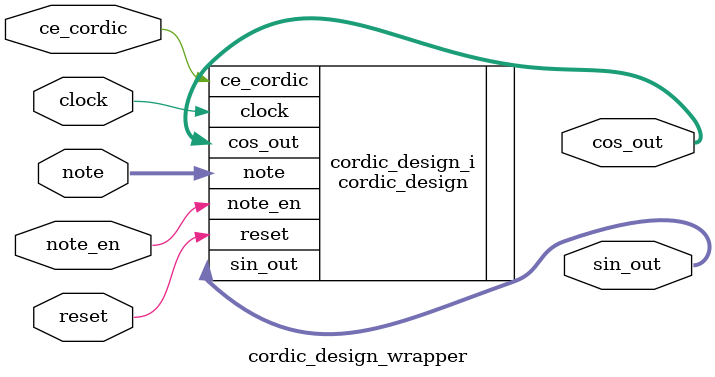
<source format=v>
`timescale 1 ps / 1 ps

module cordic_design_wrapper
   (ce_cordic,
    clock,
    cos_out,
    note,
    note_en,
    reset,
    sin_out);
  input ce_cordic;
  input clock;
  output [15:0]cos_out;
  input [7:0]note;
  input note_en;
  input reset;
  output [15:0]sin_out;

  wire ce_cordic;
  wire clock;
  wire [15:0]cos_out;
  wire [7:0]note;
  wire note_en;
  wire reset;
  wire [15:0]sin_out;

  cordic_design cordic_design_i
       (.ce_cordic(ce_cordic),
        .clock(clock),
        .cos_out(cos_out),
        .note(note),
        .note_en(note_en),
        .reset(reset),
        .sin_out(sin_out));
endmodule

</source>
